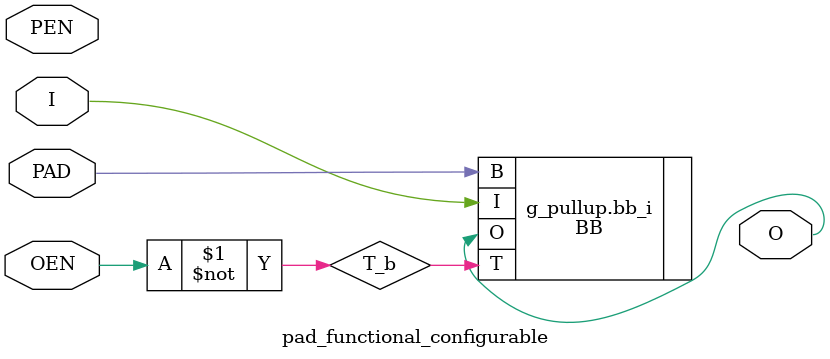
<source format=sv>


module pad_functional_pd (
    input  logic OEN,
    input  logic I,
    output logic O,
    input  logic PEN,
    inout  logic PAD
);
    // For ECP5, we use BB primitive for bidirectional buffers
    // and specify pull-down using the parameters
    wire T_b; // Inverted tri-state control (ECP5 convention)
    assign T_b = ~OEN;
    
    // ECP5 BB (bidirectional buffer) with pull down
    BB #(
        .PULLMODE("DOWN"),    // Enable pull-down resistor
        .IOSTANDARD("LVCMOS33"),
        .DRIVE("8")          // 8mA drive strength
    ) bb_pd_i (
        .B(PAD),             // Bidirectional pad
        .I(I),               // Input to pad
        .T(T_b),             // Tri-state control (active low in ECP5)
        .O(O)                // Output from pad
    );
    
    // Note: PEN (pull enable) is ignored as PULLMODE parameter is used instead

endmodule

module pad_functional_pu (
    input  logic OEN,
    input  logic I,
    output logic O,
    input  logic PEN,
    inout  logic PAD
);
    // For ECP5, we use BB primitive for bidirectional buffers
    // and specify pull-up using the parameters
    wire T_b; // Inverted tri-state control (ECP5 convention)
    assign T_b = ~OEN;
    
    // ECP5 BB (bidirectional buffer) with pull up
    BB #(
        .PULLMODE("UP"),      // Enable pull-up resistor
        .IOSTANDARD("LVCMOS33"),
        .DRIVE("8")          // 8mA drive strength
    ) bb_pu_i (
        .B(PAD),             // Bidirectional pad
        .I(I),               // Input to pad
        .T(T_b),             // Tri-state control (active low in ECP5)
        .O(O)                // Output from pad
    );
    
    // Note: PEN (pull enable) is ignored as PULLMODE parameter is used instead

endmodule

module pad_functional_configurable (
    input  logic OEN,
    input  logic I,
    output logic O,
    input  logic PEN,      // 0: pullup, 1: pulldown
    inout  logic PAD
);
    // For conditional instantiation based on PEN
    // This uses generate blocks to select between pull-up and pull-down
    
    wire T_b; // Inverted tri-state control (ECP5 convention)
    assign T_b = ~OEN;
    
    // Use generate to conditionally instantiate based on PEN
    // Note: In actual hardware, this would be determined at synthesis time
    // You would need to set PEN as a parameter rather than an input
    
    // Use parameter to select pull type
    parameter bit PULL_TYPE = 0; // 0: pullup, 1: pulldown
    
    generate
        if (PULL_TYPE == 0) begin : g_pullup
            BB #(
                .PULLMODE("UP"),
                .IOSTANDARD("LVCMOS33"),
                .DRIVE("8")
            ) bb_i (
                .B(PAD),
                .I(I),
                .T(T_b),
                .O(O)
            );
        end else begin : g_pulldown
            BB #(
                .PULLMODE("DOWN"),
                .IOSTANDARD("LVCMOS33"),
                .DRIVE("8")
            ) bb_i (
                .B(PAD),
                .I(I),
                .T(T_b),
                .O(O)
            );
        end
    endgenerate
    
endmodule
</source>
